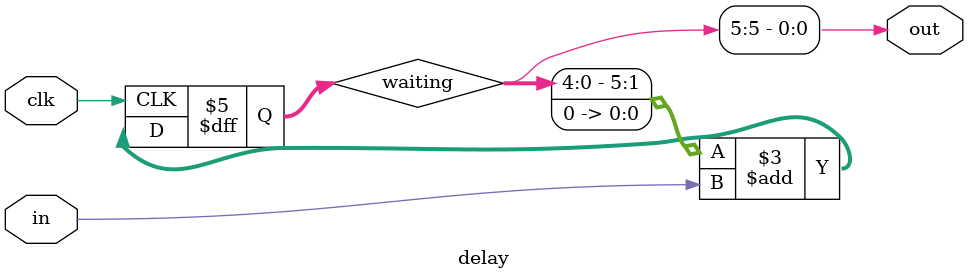
<source format=v>
module delay(in, clk, out);
input in;
input clk;
output out;
reg [5:0]waiting;

assign out = waiting[5];
//只能延迟半个周期，不能再多了
initial
begin
	waiting = 0;
end


always@(posedge clk)
begin
	waiting = (waiting<<1) + in;
end

endmodule
</source>
